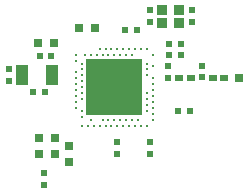
<source format=gtp>
G04*
G04 #@! TF.GenerationSoftware,Altium Limited,Altium Designer,19.0.15 (446)*
G04*
G04 Layer_Color=8421504*
%FSLAX24Y24*%
%MOIN*%
G70*
G01*
G75*
%ADD13R,0.0217X0.0236*%
%ADD14R,0.0197X0.0236*%
%ADD15R,0.0374X0.0335*%
%ADD16R,0.0236X0.0197*%
%ADD17R,0.0256X0.0197*%
%ADD18R,0.0300X0.0300*%
%ADD19R,0.0315X0.0295*%
%ADD20R,0.0295X0.0315*%
%ADD21C,0.0118*%
%ADD22R,0.1909X0.1909*%
%ADD23R,0.0394X0.0709*%
D13*
X-2335Y-3258D02*
D03*
Y-2864D02*
D03*
D14*
X1174Y2557D02*
D03*
Y2164D02*
D03*
X2574Y2164D02*
D03*
Y2557D02*
D03*
X1792Y699D02*
D03*
Y305D02*
D03*
X2916Y717D02*
D03*
Y323D02*
D03*
X1191Y-1821D02*
D03*
Y-2215D02*
D03*
X98Y-1821D02*
D03*
Y-2215D02*
D03*
X-3515Y217D02*
D03*
Y610D02*
D03*
D15*
X2160Y2134D02*
D03*
Y2587D02*
D03*
X1589D02*
D03*
Y2134D02*
D03*
D16*
X2205Y1427D02*
D03*
X1811D02*
D03*
X364Y1900D02*
D03*
X758D02*
D03*
X2205Y1073D02*
D03*
X1811D02*
D03*
X2520Y-787D02*
D03*
X2126D02*
D03*
X-2096Y1033D02*
D03*
X-2490D02*
D03*
X-2314Y-167D02*
D03*
X-2708D02*
D03*
D17*
X2539Y302D02*
D03*
X2165Y302D02*
D03*
X3667Y302D02*
D03*
X3293D02*
D03*
D18*
X4156Y300D02*
D03*
D19*
X-1971Y-2215D02*
D03*
Y-1683D02*
D03*
X-2503Y-2215D02*
D03*
Y-1683D02*
D03*
X-1496Y-2500D02*
D03*
Y-1969D02*
D03*
D20*
X-2549Y1467D02*
D03*
X-2018D02*
D03*
X-1191Y1959D02*
D03*
X-659D02*
D03*
D21*
X886Y1280D02*
D03*
X-492D02*
D03*
X-295D02*
D03*
X-98D02*
D03*
X98D02*
D03*
X295D02*
D03*
X492D02*
D03*
X689D02*
D03*
X1083D02*
D03*
X-1280Y1083D02*
D03*
X-984D02*
D03*
X-787D02*
D03*
X-591D02*
D03*
X-394D02*
D03*
X-197D02*
D03*
X0D02*
D03*
X197D02*
D03*
X394D02*
D03*
X591D02*
D03*
X1280D02*
D03*
X1083Y787D02*
D03*
X-1280Y886D02*
D03*
X-1083Y787D02*
D03*
X1280Y689D02*
D03*
X-1083Y591D02*
D03*
X1083D02*
D03*
X-1280Y492D02*
D03*
X-1083Y394D02*
D03*
X1083D02*
D03*
X-1280Y295D02*
D03*
X1280D02*
D03*
X-1083Y197D02*
D03*
X-1280Y98D02*
D03*
X1280D02*
D03*
X-1083Y0D02*
D03*
X-1280Y-98D02*
D03*
X1280D02*
D03*
X-1083Y-197D02*
D03*
X1083D02*
D03*
X-1280Y-295D02*
D03*
X1280D02*
D03*
X-1083Y-394D02*
D03*
X1083D02*
D03*
X-1280Y-492D02*
D03*
X1280D02*
D03*
X1083Y-591D02*
D03*
X-1280Y-689D02*
D03*
X1280D02*
D03*
X-1083Y-787D02*
D03*
X1083D02*
D03*
X1280Y-886D02*
D03*
X-1083Y-984D02*
D03*
X-787Y-1083D02*
D03*
X-394D02*
D03*
X-197D02*
D03*
X0D02*
D03*
X197D02*
D03*
X394D02*
D03*
X591D02*
D03*
X787D02*
D03*
X1280D02*
D03*
X-1083Y-1280D02*
D03*
X-886D02*
D03*
X-689D02*
D03*
X-492D02*
D03*
X-295D02*
D03*
X-98D02*
D03*
X98D02*
D03*
X295D02*
D03*
X492D02*
D03*
X689D02*
D03*
X886D02*
D03*
X1083D02*
D03*
D22*
X0Y0D02*
D03*
D23*
X-2078Y404D02*
D03*
X-3062D02*
D03*
M02*

</source>
